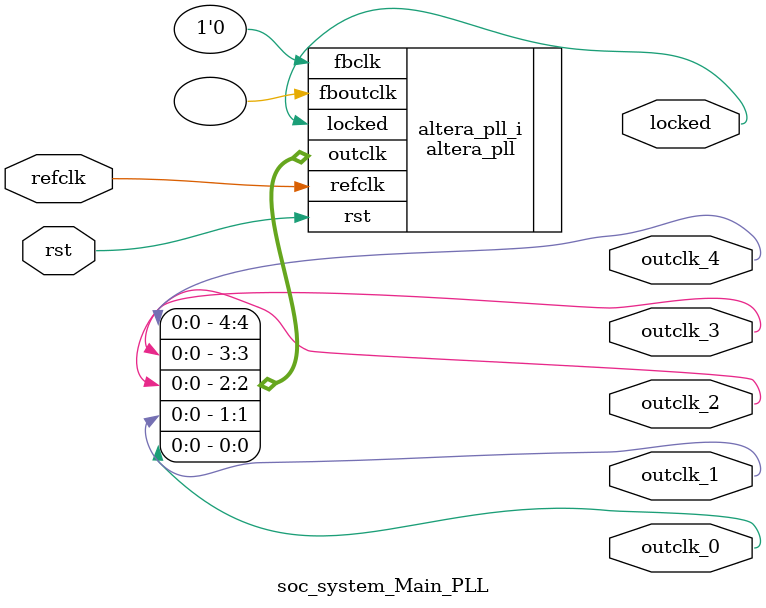
<source format=v>
`timescale 1ns/10ps
module  soc_system_Main_PLL(

	// interface 'refclk'
	input wire refclk,

	// interface 'reset'
	input wire rst,

	// interface 'outclk0'
	output wire outclk_0,

	// interface 'outclk1'
	output wire outclk_1,

	// interface 'outclk2'
	output wire outclk_2,

	// interface 'outclk3'
	output wire outclk_3,

	// interface 'outclk4'
	output wire outclk_4,

	// interface 'locked'
	output wire locked
);

	altera_pll #(
		.fractional_vco_multiplier("true"),
		.reference_clock_frequency("50.0 MHz"),
		.operation_mode("direct"),
		.number_of_clocks(5),
		.output_clock_frequency0("67.108863 MHz"),
		.phase_shift0("-3015 ps"),
		.duty_cycle0(50),
		.output_clock_frequency1("67.108863 MHz"),
		.phase_shift1("0 ps"),
		.duty_cycle1(50),
		.output_clock_frequency2("108.406625 MHz"),
		.phase_shift2("0 ps"),
		.duty_cycle2(50),
		.output_clock_frequency3("12.254661 MHz"),
		.phase_shift3("0 ps"),
		.duty_cycle3(50),
		.output_clock_frequency4("12.254661 MHz"),
		.phase_shift4("0 ps"),
		.duty_cycle4(50),
		.output_clock_frequency5("0 MHz"),
		.phase_shift5("0 ps"),
		.duty_cycle5(50),
		.output_clock_frequency6("0 MHz"),
		.phase_shift6("0 ps"),
		.duty_cycle6(50),
		.output_clock_frequency7("0 MHz"),
		.phase_shift7("0 ps"),
		.duty_cycle7(50),
		.output_clock_frequency8("0 MHz"),
		.phase_shift8("0 ps"),
		.duty_cycle8(50),
		.output_clock_frequency9("0 MHz"),
		.phase_shift9("0 ps"),
		.duty_cycle9(50),
		.output_clock_frequency10("0 MHz"),
		.phase_shift10("0 ps"),
		.duty_cycle10(50),
		.output_clock_frequency11("0 MHz"),
		.phase_shift11("0 ps"),
		.duty_cycle11(50),
		.output_clock_frequency12("0 MHz"),
		.phase_shift12("0 ps"),
		.duty_cycle12(50),
		.output_clock_frequency13("0 MHz"),
		.phase_shift13("0 ps"),
		.duty_cycle13(50),
		.output_clock_frequency14("0 MHz"),
		.phase_shift14("0 ps"),
		.duty_cycle14(50),
		.output_clock_frequency15("0 MHz"),
		.phase_shift15("0 ps"),
		.duty_cycle15(50),
		.output_clock_frequency16("0 MHz"),
		.phase_shift16("0 ps"),
		.duty_cycle16(50),
		.output_clock_frequency17("0 MHz"),
		.phase_shift17("0 ps"),
		.duty_cycle17(50),
		.pll_type("General"),
		.pll_subtype("General")
	) altera_pll_i (
		.rst	(rst),
		.outclk	({outclk_4, outclk_3, outclk_2, outclk_1, outclk_0}),
		.locked	(locked),
		.fboutclk	( ),
		.fbclk	(1'b0),
		.refclk	(refclk)
	);
endmodule


</source>
